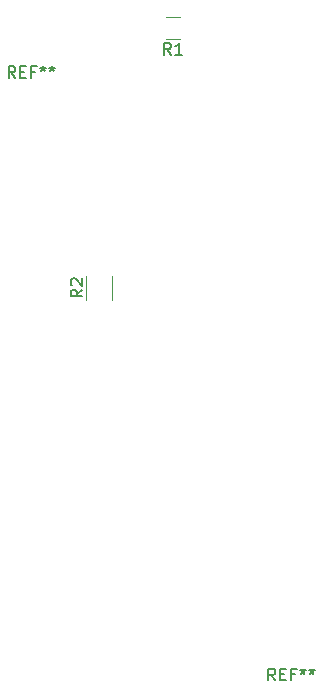
<source format=gbr>
%TF.GenerationSoftware,KiCad,Pcbnew,(5.1.6)-1*%
%TF.CreationDate,2021-02-27T12:29:00+04:00*%
%TF.ProjectId,SmartHouseDINRelayGate,536d6172-7448-46f7-9573-6544494e5265,rev?*%
%TF.SameCoordinates,Original*%
%TF.FileFunction,Legend,Top*%
%TF.FilePolarity,Positive*%
%FSLAX46Y46*%
G04 Gerber Fmt 4.6, Leading zero omitted, Abs format (unit mm)*
G04 Created by KiCad (PCBNEW (5.1.6)-1) date 2021-02-27 12:29:00*
%MOMM*%
%LPD*%
G01*
G04 APERTURE LIST*
%ADD10C,0.120000*%
%ADD11C,0.150000*%
G04 APERTURE END LIST*
D10*
%TO.C,R2*%
X257680000Y-82000000D02*
X257680000Y-80000000D01*
X259820000Y-80000000D02*
X259820000Y-82000000D01*
%TO.C,R1*%
X265602064Y-58090000D02*
X264397936Y-58090000D01*
X265602064Y-59910000D02*
X264397936Y-59910000D01*
%TO.C,REF\u002A\u002A*%
D11*
X251666666Y-63252380D02*
X251333333Y-62776190D01*
X251095238Y-63252380D02*
X251095238Y-62252380D01*
X251476190Y-62252380D01*
X251571428Y-62300000D01*
X251619047Y-62347619D01*
X251666666Y-62442857D01*
X251666666Y-62585714D01*
X251619047Y-62680952D01*
X251571428Y-62728571D01*
X251476190Y-62776190D01*
X251095238Y-62776190D01*
X252095238Y-62728571D02*
X252428571Y-62728571D01*
X252571428Y-63252380D02*
X252095238Y-63252380D01*
X252095238Y-62252380D01*
X252571428Y-62252380D01*
X253333333Y-62728571D02*
X253000000Y-62728571D01*
X253000000Y-63252380D02*
X253000000Y-62252380D01*
X253476190Y-62252380D01*
X254000000Y-62252380D02*
X254000000Y-62490476D01*
X253761904Y-62395238D02*
X254000000Y-62490476D01*
X254238095Y-62395238D01*
X253857142Y-62680952D02*
X254000000Y-62490476D01*
X254142857Y-62680952D01*
X254761904Y-62252380D02*
X254761904Y-62490476D01*
X254523809Y-62395238D02*
X254761904Y-62490476D01*
X255000000Y-62395238D01*
X254619047Y-62680952D02*
X254761904Y-62490476D01*
X254904761Y-62680952D01*
X273666666Y-114252380D02*
X273333333Y-113776190D01*
X273095238Y-114252380D02*
X273095238Y-113252380D01*
X273476190Y-113252380D01*
X273571428Y-113300000D01*
X273619047Y-113347619D01*
X273666666Y-113442857D01*
X273666666Y-113585714D01*
X273619047Y-113680952D01*
X273571428Y-113728571D01*
X273476190Y-113776190D01*
X273095238Y-113776190D01*
X274095238Y-113728571D02*
X274428571Y-113728571D01*
X274571428Y-114252380D02*
X274095238Y-114252380D01*
X274095238Y-113252380D01*
X274571428Y-113252380D01*
X275333333Y-113728571D02*
X275000000Y-113728571D01*
X275000000Y-114252380D02*
X275000000Y-113252380D01*
X275476190Y-113252380D01*
X276000000Y-113252380D02*
X276000000Y-113490476D01*
X275761904Y-113395238D02*
X276000000Y-113490476D01*
X276238095Y-113395238D01*
X275857142Y-113680952D02*
X276000000Y-113490476D01*
X276142857Y-113680952D01*
X276761904Y-113252380D02*
X276761904Y-113490476D01*
X276523809Y-113395238D02*
X276761904Y-113490476D01*
X277000000Y-113395238D01*
X276619047Y-113680952D02*
X276761904Y-113490476D01*
X276904761Y-113680952D01*
%TO.C,R2*%
X257352380Y-81166666D02*
X256876190Y-81500000D01*
X257352380Y-81738095D02*
X256352380Y-81738095D01*
X256352380Y-81357142D01*
X256400000Y-81261904D01*
X256447619Y-81214285D01*
X256542857Y-81166666D01*
X256685714Y-81166666D01*
X256780952Y-81214285D01*
X256828571Y-81261904D01*
X256876190Y-81357142D01*
X256876190Y-81738095D01*
X256447619Y-80785714D02*
X256400000Y-80738095D01*
X256352380Y-80642857D01*
X256352380Y-80404761D01*
X256400000Y-80309523D01*
X256447619Y-80261904D01*
X256542857Y-80214285D01*
X256638095Y-80214285D01*
X256780952Y-80261904D01*
X257352380Y-80833333D01*
X257352380Y-80214285D01*
%TO.C,R1*%
X264833333Y-61272380D02*
X264500000Y-60796190D01*
X264261904Y-61272380D02*
X264261904Y-60272380D01*
X264642857Y-60272380D01*
X264738095Y-60320000D01*
X264785714Y-60367619D01*
X264833333Y-60462857D01*
X264833333Y-60605714D01*
X264785714Y-60700952D01*
X264738095Y-60748571D01*
X264642857Y-60796190D01*
X264261904Y-60796190D01*
X265785714Y-61272380D02*
X265214285Y-61272380D01*
X265500000Y-61272380D02*
X265500000Y-60272380D01*
X265404761Y-60415238D01*
X265309523Y-60510476D01*
X265214285Y-60558095D01*
%TD*%
M02*

</source>
